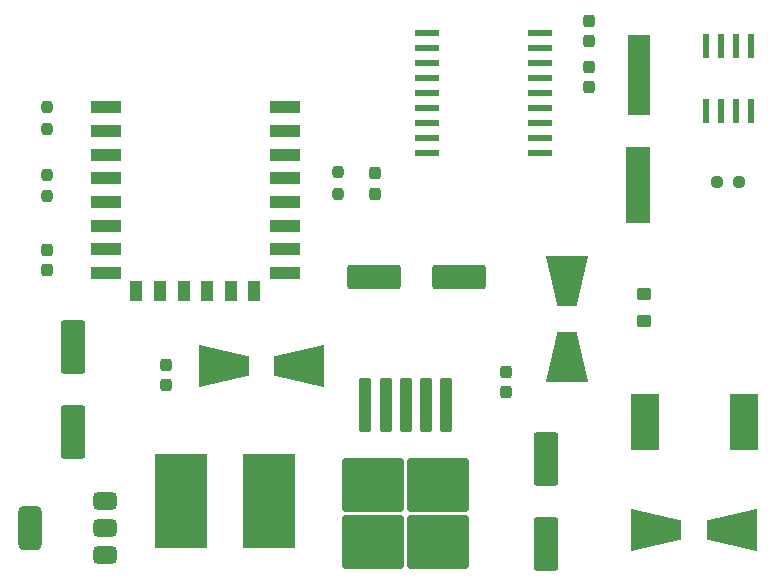
<source format=gbr>
%TF.GenerationSoftware,KiCad,Pcbnew,8.0.8*%
%TF.CreationDate,2025-04-12T20:39:17+03:00*%
%TF.ProjectId,ProPrj_CAN_2025-04-09,50726f50-726a-45f4-9341-4e5f32303235,rev?*%
%TF.SameCoordinates,Original*%
%TF.FileFunction,Paste,Top*%
%TF.FilePolarity,Positive*%
%FSLAX46Y46*%
G04 Gerber Fmt 4.6, Leading zero omitted, Abs format (unit mm)*
G04 Created by KiCad (PCBNEW 8.0.8) date 2025-04-12 20:39:17*
%MOMM*%
%LPD*%
G01*
G04 APERTURE LIST*
G04 Aperture macros list*
%AMRoundRect*
0 Rectangle with rounded corners*
0 $1 Rounding radius*
0 $2 $3 $4 $5 $6 $7 $8 $9 X,Y pos of 4 corners*
0 Add a 4 corners polygon primitive as box body*
4,1,4,$2,$3,$4,$5,$6,$7,$8,$9,$2,$3,0*
0 Add four circle primitives for the rounded corners*
1,1,$1+$1,$2,$3*
1,1,$1+$1,$4,$5*
1,1,$1+$1,$6,$7*
1,1,$1+$1,$8,$9*
0 Add four rect primitives between the rounded corners*
20,1,$1+$1,$2,$3,$4,$5,0*
20,1,$1+$1,$4,$5,$6,$7,0*
20,1,$1+$1,$6,$7,$8,$9,0*
20,1,$1+$1,$8,$9,$2,$3,0*%
%AMOutline4P*
0 Free polygon, 4 corners , with rotation*
0 The origin of the aperture is its center*
0 number of corners: always 4*
0 $1 to $8 corner X, Y*
0 $9 Rotation angle, in degrees counterclockwise*
0 create outline with 4 corners*
4,1,4,$1,$2,$3,$4,$5,$6,$7,$8,$1,$2,$9*%
G04 Aperture macros list end*
%ADD10R,4.500000X8.000000*%
%ADD11R,1.923006X6.733550*%
%ADD12R,2.000000X6.500000*%
%ADD13R,0.588000X2.045000*%
%ADD14R,2.100000X0.560000*%
%ADD15R,2.500000X1.000000*%
%ADD16R,1.000000X1.800000*%
%ADD17RoundRect,0.250000X-0.300000X2.050000X-0.300000X-2.050000X0.300000X-2.050000X0.300000X2.050000X0*%
%ADD18RoundRect,0.250000X-2.375000X2.025000X-2.375000X-2.025000X2.375000X-2.025000X2.375000X2.025000X0*%
%ADD19Outline4P,-2.150000X-1.800000X2.150000X-0.800000X2.150000X0.800000X-2.150000X1.800000X270.000000*%
%ADD20Outline4P,-2.150000X-1.800000X2.150000X-0.800000X2.150000X0.800000X-2.150000X1.800000X90.000000*%
%ADD21RoundRect,0.237500X0.237500X-0.250000X0.237500X0.250000X-0.237500X0.250000X-0.237500X-0.250000X0*%
%ADD22RoundRect,0.237500X-0.237500X0.300000X-0.237500X-0.300000X0.237500X-0.300000X0.237500X0.300000X0*%
%ADD23RoundRect,0.250001X0.799999X-1.999999X0.799999X1.999999X-0.799999X1.999999X-0.799999X-1.999999X0*%
%ADD24RoundRect,0.237500X0.237500X-0.300000X0.237500X0.300000X-0.237500X0.300000X-0.237500X-0.300000X0*%
%ADD25Outline4P,-2.150000X-1.800000X2.150000X-0.800000X2.150000X0.800000X-2.150000X1.800000X180.000000*%
%ADD26Outline4P,-2.150000X-1.800000X2.150000X-0.800000X2.150000X0.800000X-2.150000X1.800000X0.000000*%
%ADD27R,2.387600X4.699000*%
%ADD28RoundRect,0.250000X-0.350000X0.275000X-0.350000X-0.275000X0.350000X-0.275000X0.350000X0.275000X0*%
%ADD29RoundRect,0.375000X0.625000X0.375000X-0.625000X0.375000X-0.625000X-0.375000X0.625000X-0.375000X0*%
%ADD30RoundRect,0.500000X0.500000X1.400000X-0.500000X1.400000X-0.500000X-1.400000X0.500000X-1.400000X0*%
%ADD31RoundRect,0.237500X0.250000X0.237500X-0.250000X0.237500X-0.250000X-0.237500X0.250000X-0.237500X0*%
%ADD32RoundRect,0.250001X-1.999999X-0.799999X1.999999X-0.799999X1.999999X0.799999X-1.999999X0.799999X0*%
G04 APERTURE END LIST*
D10*
%TO.C,L2*%
X123250000Y-92200000D03*
X115750000Y-92200000D03*
%TD*%
D11*
%TO.C,Y1*%
X154538497Y-56116775D03*
D12*
X154500000Y-65500000D03*
%TD*%
D13*
%TO.C,U4*%
X164010000Y-53655000D03*
X162740000Y-53655000D03*
X161470000Y-53655000D03*
X160200000Y-53655000D03*
X160200000Y-59200000D03*
X161470000Y-59200000D03*
X162740000Y-59200000D03*
X164010000Y-59200000D03*
%TD*%
D14*
%TO.C,U2*%
X146200000Y-62780000D03*
X146200000Y-61510000D03*
X146200000Y-60240000D03*
X146200000Y-58970000D03*
X146200000Y-57700000D03*
X146200000Y-56430000D03*
X146200000Y-55160000D03*
X146200000Y-53890000D03*
X146200000Y-52620000D03*
X136600000Y-52620000D03*
X136600000Y-53890000D03*
X136600000Y-55160000D03*
X136600000Y-56430000D03*
X136600000Y-57700000D03*
X136600000Y-58970000D03*
X136600000Y-60240000D03*
X136600000Y-61510000D03*
X136600000Y-62780000D03*
%TD*%
D15*
%TO.C,U5*%
X109400000Y-58900000D03*
X109400000Y-60900000D03*
X109400000Y-62900000D03*
X109400000Y-64900000D03*
X109400000Y-66900000D03*
X109400000Y-68900000D03*
X109400000Y-70900000D03*
X109400000Y-72900000D03*
D16*
X112000000Y-74400000D03*
X114000000Y-74400000D03*
X116000000Y-74400000D03*
X118000000Y-74400000D03*
X120000000Y-74400000D03*
X122000000Y-74400000D03*
D15*
X124600000Y-72900000D03*
X124600000Y-70900000D03*
X124600000Y-68900000D03*
X124600000Y-66900000D03*
X124600000Y-64900000D03*
X124600000Y-62900000D03*
X124600000Y-60900000D03*
X124600000Y-58900000D03*
%TD*%
D17*
%TO.C,U1*%
X138200000Y-84100000D03*
X136500000Y-84100000D03*
X134800000Y-84100000D03*
D18*
X137575000Y-90825000D03*
X132025000Y-90825000D03*
X137575000Y-95675000D03*
X132025000Y-95675000D03*
D17*
X133100000Y-84100000D03*
X131400000Y-84100000D03*
%TD*%
D19*
%TO.C,D1*%
X148500000Y-73600000D03*
D20*
X148500000Y-80000000D03*
%TD*%
D21*
%TO.C,R1*%
X129100000Y-66212500D03*
X129100000Y-64387500D03*
%TD*%
D22*
%TO.C,C9*%
X104400000Y-70975000D03*
X104400000Y-72700000D03*
%TD*%
D23*
%TO.C,C8*%
X106600000Y-86400000D03*
X106600000Y-79200000D03*
%TD*%
D24*
%TO.C,C4*%
X114500000Y-82400000D03*
X114500000Y-80675000D03*
%TD*%
D25*
%TO.C,D2*%
X162400000Y-94700000D03*
D26*
X156000000Y-94700000D03*
%TD*%
D27*
%TO.C,F1*%
X155084201Y-85500000D03*
X163484199Y-85500000D03*
%TD*%
D25*
%TO.C,D3*%
X125800000Y-80800000D03*
D26*
X119400000Y-80800000D03*
%TD*%
D21*
%TO.C,R2*%
X104400000Y-60700000D03*
X104400000Y-58875000D03*
%TD*%
D28*
%TO.C,L1*%
X155000000Y-74700000D03*
X155000000Y-77000000D03*
%TD*%
D24*
%TO.C,C2*%
X143300000Y-83025000D03*
X143300000Y-81300000D03*
%TD*%
D29*
%TO.C,U3*%
X109322000Y-96788000D03*
X109322000Y-94488000D03*
D30*
X103022000Y-94488000D03*
D29*
X109322000Y-92188000D03*
%TD*%
D21*
%TO.C,R3*%
X104400000Y-66412500D03*
X104400000Y-64587500D03*
%TD*%
D22*
%TO.C,C5*%
X150300000Y-51537500D03*
X150300000Y-53262500D03*
%TD*%
%TO.C,C6*%
X150300000Y-55437500D03*
X150300000Y-57162500D03*
%TD*%
D24*
%TO.C,C7*%
X132200000Y-66200000D03*
X132200000Y-64475000D03*
%TD*%
D23*
%TO.C,C3*%
X146700000Y-95900000D03*
X146700000Y-88700000D03*
%TD*%
D31*
%TO.C,R4*%
X163012500Y-65200000D03*
X161187500Y-65200000D03*
%TD*%
D32*
%TO.C,C1*%
X132080000Y-73279000D03*
X139280000Y-73279000D03*
%TD*%
M02*

</source>
